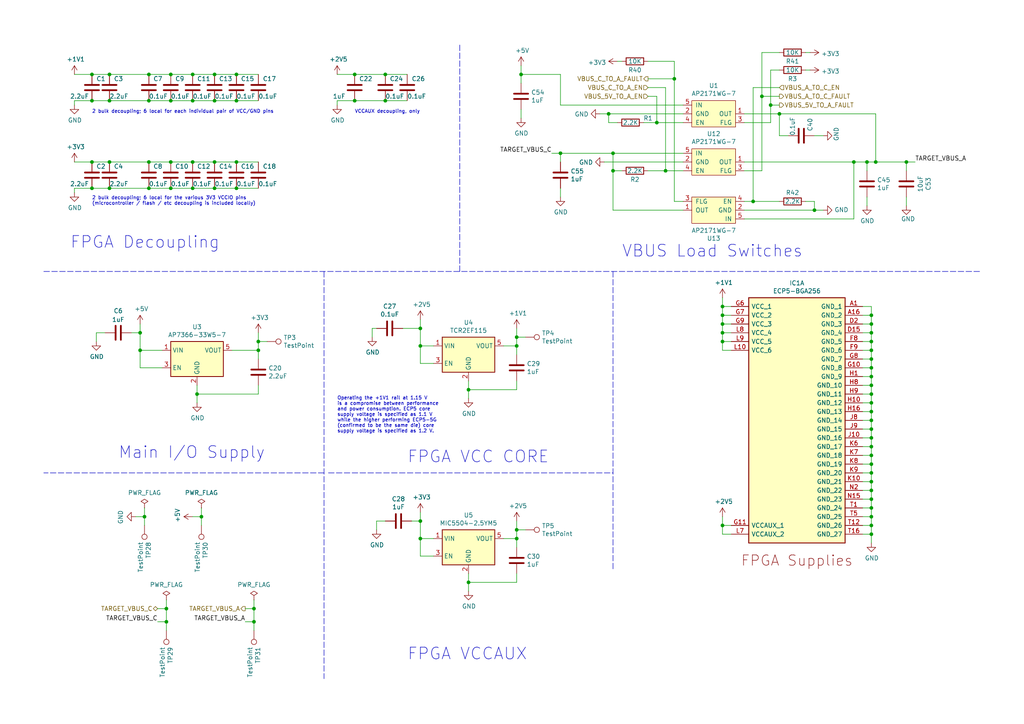
<source format=kicad_sch>
(kicad_sch (version 20211123) (generator eeschema)
  (paper "A4")
  (title_block (title "LUNA: Power Supplies") (date "2021-03-10") (rev "r0") (company "Copyright 2019-2021 Great Scott Gadgets") (comment 1 "Katherine J. Temkin") (comment 3 "Licensed under the CERN-OHL-P v2"))
  (junction (at 177.8 44.45))
  (junction (at 190.5 35.56))
  (junction (at 68.58 29.21))
  (junction (at 177.8 49.53))
  (junction (at 252.73 114.3))
  (junction (at 209.55 96.52))
  (junction (at 58.42 149.86))
  (junction (at 252.73 154.94))
  (junction (at 68.58 21.59))
  (junction (at 62.23 21.59))
  (junction (at 252.73 147.32))
  (junction (at 209.55 99.06))
  (junction (at 252.73 106.68))
  (junction (at 252.73 139.7))
  (junction (at 26.67 21.59))
  (junction (at 254 46.99))
  (junction (at 62.23 54.61))
  (junction (at 252.73 124.46))
  (junction (at 209.55 152.4))
  (junction (at 26.67 54.61))
  (junction (at 209.55 88.9))
  (junction (at 43.18 21.59))
  (junction (at 252.73 142.24))
  (junction (at 31.75 29.21))
  (junction (at 48.26 180.34))
  (junction (at 49.53 29.21))
  (junction (at 151.13 21.59))
  (junction (at 252.73 129.54))
  (junction (at 26.67 46.99))
  (junction (at 252.73 104.14))
  (junction (at 252.73 132.08))
  (junction (at 252.73 91.44))
  (junction (at 55.88 54.61))
  (junction (at 135.89 113.03))
  (junction (at 74.93 101.6))
  (junction (at 252.73 144.78))
  (junction (at 176.53 33.02))
  (junction (at 121.92 100.33))
  (junction (at 55.88 21.59))
  (junction (at 43.18 54.61))
  (junction (at 251.46 46.99))
  (junction (at 74.93 99.06))
  (junction (at 209.55 93.98))
  (junction (at 68.58 46.99))
  (junction (at 252.73 96.52))
  (junction (at 218.44 58.42))
  (junction (at 149.86 156.21))
  (junction (at 252.73 137.16))
  (junction (at 43.18 46.99))
  (junction (at 121.92 151.13))
  (junction (at 49.53 21.59))
  (junction (at 55.88 29.21))
  (junction (at 48.26 176.53))
  (junction (at 40.64 101.6))
  (junction (at 73.66 176.53))
  (junction (at 49.53 54.61))
  (junction (at 252.73 99.06))
  (junction (at 73.66 180.34))
  (junction (at 252.73 116.84))
  (junction (at 252.73 119.38))
  (junction (at 226.06 33.02))
  (junction (at 252.73 149.86))
  (junction (at 121.92 95.25))
  (junction (at 55.88 46.99))
  (junction (at 31.75 46.99))
  (junction (at 68.58 54.61))
  (junction (at 247.65 46.99))
  (junction (at 236.22 60.96))
  (junction (at 149.86 97.79))
  (junction (at 223.52 30.48))
  (junction (at 40.64 96.52))
  (junction (at 49.53 46.99))
  (junction (at 220.98 27.94))
  (junction (at 252.73 127))
  (junction (at 252.73 152.4))
  (junction (at 252.73 111.76))
  (junction (at 149.86 153.67))
  (junction (at 111.76 29.21))
  (junction (at 62.23 46.99))
  (junction (at 149.86 100.33))
  (junction (at 111.76 21.59))
  (junction (at 252.73 121.92))
  (junction (at 26.67 29.21))
  (junction (at 102.87 21.59))
  (junction (at 41.91 149.86))
  (junction (at 57.15 114.3))
  (junction (at 162.56 44.45))
  (junction (at 43.18 29.21))
  (junction (at 252.73 109.22))
  (junction (at 102.87 29.21))
  (junction (at 252.73 93.98))
  (junction (at 252.73 101.6))
  (junction (at 262.89 46.99))
  (junction (at 252.73 134.62))
  (junction (at 121.92 156.21))
  (junction (at 193.04 49.53))
  (junction (at 62.23 29.21))
  (junction (at 31.75 54.61))
  (junction (at 31.75 21.59))
  (junction (at 135.89 168.91))
  (junction (at 195.58 22.86))
  (junction (at 209.55 91.44))
  (wire (pts (xy 250.19 127) (xy 252.73 127)))
  (wire (pts (xy 149.86 97.79) (xy 152.4 97.79)))
  (wire (pts (xy 179.07 35.56) (xy 176.53 35.56)))
  (wire (pts (xy 254 46.99) (xy 262.89 46.99)))
  (wire (pts (xy 250.19 137.16) (xy 252.73 137.16)))
  (wire (pts (xy 193.04 49.53) (xy 187.96 49.53)))
  (wire (pts (xy 247.65 46.99) (xy 247.65 63.5)))
  (wire (pts (xy 121.92 156.21) (xy 121.92 161.29)))
  (wire (pts (xy 57.15 114.3) (xy 57.15 116.84)))
  (wire (pts (xy 48.26 176.53) (xy 48.26 173.99)))
  (wire (pts (xy 209.55 101.6) (xy 212.09 101.6)))
  (wire (pts (xy 177.8 44.45) (xy 198.12 44.45)))
  (wire (pts (xy 236.22 60.96) (xy 215.9 60.96)))
  (wire (pts (xy 151.13 21.59) (xy 162.56 21.59)))
  (wire (pts (xy 173.99 33.02) (xy 176.53 33.02)))
  (wire (pts (xy 27.94 96.52) (xy 27.94 99.06)))
  (wire (pts (xy 68.58 29.21) (xy 62.23 29.21)))
  (wire (pts (xy 49.53 46.99) (xy 55.88 46.99)))
  (wire (pts (xy 209.55 91.44) (xy 209.55 93.98)))
  (wire (pts (xy 252.73 119.38) (xy 252.73 121.92)))
  (wire (pts (xy 212.09 96.52) (xy 209.55 96.52)))
  (wire (pts (xy 209.55 99.06) (xy 209.55 101.6)))
  (wire (pts (xy 265.43 46.99) (xy 262.89 46.99)))
  (wire (pts (xy 247.65 46.99) (xy 251.46 46.99)))
  (wire (pts (xy 58.42 152.4) (xy 58.42 149.86)))
  (wire (pts (xy 68.58 46.99) (xy 74.93 46.99)))
  (wire (pts (xy 252.73 124.46) (xy 252.73 127)))
  (wire (pts (xy 31.75 54.61) (xy 26.67 54.61)))
  (wire (pts (xy 252.73 106.68) (xy 252.73 109.22)))
  (wire (pts (xy 250.19 134.62) (xy 252.73 134.62)))
  (wire (pts (xy 250.19 111.76) (xy 252.73 111.76)))
  (wire (pts (xy 251.46 46.99) (xy 254 46.99)))
  (wire (pts (xy 252.73 147.32) (xy 252.73 149.86)))
  (wire (pts (xy 234.95 15.24) (xy 233.68 15.24)))
  (wire (pts (xy 121.92 105.41) (xy 125.73 105.41)))
  (wire (pts (xy 220.98 27.94) (xy 226.06 27.94)))
  (wire (pts (xy 109.22 153.67) (xy 109.22 151.13)))
  (wire (pts (xy 177.8 49.53) (xy 177.8 60.96)))
  (wire (pts (xy 234.95 20.32) (xy 233.68 20.32)))
  (wire (pts (xy 223.52 20.32) (xy 226.06 20.32)))
  (wire (pts (xy 250.19 114.3) (xy 252.73 114.3)))
  (wire (pts (xy 223.52 35.56) (xy 223.52 30.48)))
  (wire (pts (xy 209.55 149.86) (xy 209.55 152.4)))
  (wire (pts (xy 149.86 95.25) (xy 149.86 97.79)))
  (wire (pts (xy 193.04 49.53) (xy 193.04 25.4)))
  (wire (pts (xy 252.73 101.6) (xy 252.73 104.14)))
  (wire (pts (xy 252.73 149.86) (xy 252.73 152.4)))
  (wire (pts (xy 31.75 46.99) (xy 43.18 46.99)))
  (wire (pts (xy 149.86 153.67) (xy 149.86 156.21)))
  (wire (pts (xy 233.68 58.42) (xy 236.22 58.42)))
  (wire (pts (xy 212.09 99.06) (xy 209.55 99.06)))
  (wire (pts (xy 31.75 54.61) (xy 43.18 54.61)))
  (wire (pts (xy 121.92 151.13) (xy 121.92 156.21)))
  (wire (pts (xy 107.95 97.79) (xy 107.95 95.25)))
  (wire (pts (xy 250.19 119.38) (xy 252.73 119.38)))
  (polyline (pts (xy 93.98 78.74) (xy 93.98 196.85)))
  (wire (pts (xy 102.87 29.21) (xy 97.79 29.21)))
  (wire (pts (xy 49.53 54.61) (xy 43.18 54.61)))
  (wire (pts (xy 62.23 21.59) (xy 68.58 21.59)))
  (wire (pts (xy 236.22 39.37) (xy 238.76 39.37)))
  (wire (pts (xy 252.73 142.24) (xy 252.73 144.78)))
  (wire (pts (xy 215.9 58.42) (xy 218.44 58.42)))
  (wire (pts (xy 177.8 60.96) (xy 198.12 60.96)))
  (wire (pts (xy 212.09 152.4) (xy 209.55 152.4)))
  (wire (pts (xy 212.09 91.44) (xy 209.55 91.44)))
  (wire (pts (xy 251.46 49.53) (xy 251.46 46.99)))
  (wire (pts (xy 97.79 29.21) (xy 97.79 30.48)))
  (wire (pts (xy 40.64 101.6) (xy 46.99 101.6)))
  (wire (pts (xy 41.91 149.86) (xy 41.91 147.32)))
  (wire (pts (xy 73.66 180.34) (xy 73.66 182.88)))
  (wire (pts (xy 247.65 63.5) (xy 215.9 63.5)))
  (wire (pts (xy 68.58 54.61) (xy 62.23 54.61)))
  (wire (pts (xy 187.96 27.94) (xy 190.5 27.94)))
  (wire (pts (xy 252.73 99.06) (xy 252.73 101.6)))
  (wire (pts (xy 179.07 17.78) (xy 180.34 17.78)))
  (wire (pts (xy 250.19 142.24) (xy 252.73 142.24)))
  (wire (pts (xy 151.13 21.59) (xy 151.13 24.13)))
  (wire (pts (xy 215.9 35.56) (xy 223.52 35.56)))
  (wire (pts (xy 218.44 25.4) (xy 226.06 25.4)))
  (wire (pts (xy 250.19 116.84) (xy 252.73 116.84)))
  (wire (pts (xy 250.19 99.06) (xy 252.73 99.06)))
  (wire (pts (xy 146.05 156.21) (xy 149.86 156.21)))
  (wire (pts (xy 252.73 139.7) (xy 252.73 142.24)))
  (wire (pts (xy 250.19 124.46) (xy 252.73 124.46)))
  (wire (pts (xy 116.84 95.25) (xy 121.92 95.25)))
  (wire (pts (xy 111.76 21.59) (xy 118.11 21.59)))
  (wire (pts (xy 27.94 96.52) (xy 30.48 96.52)))
  (wire (pts (xy 215.9 46.99) (xy 247.65 46.99)))
  (wire (pts (xy 190.5 35.56) (xy 190.5 27.94)))
  (wire (pts (xy 218.44 58.42) (xy 226.06 58.42)))
  (wire (pts (xy 250.19 139.7) (xy 252.73 139.7)))
  (wire (pts (xy 252.73 109.22) (xy 252.73 111.76)))
  (wire (pts (xy 252.73 129.54) (xy 252.73 132.08)))
  (wire (pts (xy 250.19 144.78) (xy 252.73 144.78)))
  (polyline (pts (xy 12.7 78.74) (xy 284.48 78.74)))
  (wire (pts (xy 252.73 144.78) (xy 252.73 147.32)))
  (wire (pts (xy 62.23 29.21) (xy 55.88 29.21)))
  (wire (pts (xy 73.66 176.53) (xy 73.66 180.34)))
  (wire (pts (xy 220.98 27.94) (xy 220.98 15.24)))
  (wire (pts (xy 121.92 100.33) (xy 121.92 105.41)))
  (wire (pts (xy 209.55 154.94) (xy 209.55 152.4)))
  (wire (pts (xy 55.88 54.61) (xy 49.53 54.61)))
  (wire (pts (xy 58.42 149.86) (xy 58.42 147.32)))
  (wire (pts (xy 149.86 168.91) (xy 135.89 168.91)))
  (wire (pts (xy 226.06 39.37) (xy 226.06 33.02)))
  (wire (pts (xy 198.12 58.42) (xy 195.58 58.42)))
  (wire (pts (xy 162.56 46.99) (xy 162.56 44.45)))
  (wire (pts (xy 218.44 58.42) (xy 218.44 25.4)))
  (wire (pts (xy 62.23 46.99) (xy 68.58 46.99)))
  (wire (pts (xy 250.19 96.52) (xy 252.73 96.52)))
  (wire (pts (xy 226.06 33.02) (xy 254 33.02)))
  (wire (pts (xy 45.72 176.53) (xy 48.26 176.53)))
  (wire (pts (xy 252.73 152.4) (xy 252.73 154.94)))
  (wire (pts (xy 135.89 110.49) (xy 135.89 113.03)))
  (wire (pts (xy 102.87 29.21) (xy 111.76 29.21)))
  (polyline (pts (xy 95.25 137.16) (xy 177.8 137.16)))
  (wire (pts (xy 151.13 34.29) (xy 151.13 31.75)))
  (wire (pts (xy 162.56 21.59) (xy 162.56 30.48)))
  (wire (pts (xy 250.19 149.86) (xy 252.73 149.86)))
  (wire (pts (xy 45.72 180.34) (xy 48.26 180.34)))
  (wire (pts (xy 190.5 35.56) (xy 198.12 35.56)))
  (wire (pts (xy 67.31 101.6) (xy 74.93 101.6)))
  (wire (pts (xy 74.93 101.6) (xy 74.93 104.14)))
  (wire (pts (xy 251.46 59.69) (xy 251.46 57.15)))
  (wire (pts (xy 31.75 21.59) (xy 43.18 21.59)))
  (wire (pts (xy 38.1 96.52) (xy 40.64 96.52)))
  (wire (pts (xy 252.73 93.98) (xy 252.73 96.52)))
  (wire (pts (xy 212.09 154.94) (xy 209.55 154.94)))
  (polyline (pts (xy 93.98 137.16) (xy 12.7 137.16)))
  (wire (pts (xy 135.89 168.91) (xy 135.89 171.45)))
  (wire (pts (xy 176.53 35.56) (xy 176.53 33.02)))
  (wire (pts (xy 250.19 129.54) (xy 252.73 129.54)))
  (wire (pts (xy 43.18 21.59) (xy 49.53 21.59)))
  (wire (pts (xy 31.75 29.21) (xy 26.67 29.21)))
  (wire (pts (xy 198.12 49.53) (xy 193.04 49.53)))
  (wire (pts (xy 209.55 96.52) (xy 209.55 99.06)))
  (wire (pts (xy 149.86 166.37) (xy 149.86 168.91)))
  (polyline (pts (xy 133.35 78.74) (xy 133.35 12.7)))
  (wire (pts (xy 125.73 100.33) (xy 121.92 100.33)))
  (wire (pts (xy 162.56 57.15) (xy 162.56 54.61)))
  (wire (pts (xy 215.9 49.53) (xy 220.98 49.53)))
  (wire (pts (xy 215.9 33.02) (xy 226.06 33.02)))
  (wire (pts (xy 250.19 106.68) (xy 252.73 106.68)))
  (wire (pts (xy 176.53 33.02) (xy 198.12 33.02)))
  (wire (pts (xy 125.73 156.21) (xy 121.92 156.21)))
  (wire (pts (xy 195.58 58.42) (xy 195.58 22.86)))
  (wire (pts (xy 31.75 29.21) (xy 43.18 29.21)))
  (wire (pts (xy 121.92 161.29) (xy 125.73 161.29)))
  (wire (pts (xy 135.89 113.03) (xy 135.89 115.57)))
  (wire (pts (xy 252.73 121.92) (xy 252.73 124.46)))
  (polyline (pts (xy 177.8 78.74) (xy 177.8 165.1)))
  (wire (pts (xy 77.47 99.06) (xy 74.93 99.06)))
  (wire (pts (xy 252.73 114.3) (xy 252.73 116.84)))
  (wire (pts (xy 119.38 151.13) (xy 121.92 151.13)))
  (wire (pts (xy 254 33.02) (xy 254 46.99)))
  (wire (pts (xy 149.86 158.75) (xy 149.86 156.21)))
  (wire (pts (xy 252.73 132.08) (xy 252.73 134.62)))
  (wire (pts (xy 250.19 147.32) (xy 252.73 147.32)))
  (wire (pts (xy 252.73 137.16) (xy 252.73 139.7)))
  (wire (pts (xy 236.22 58.42) (xy 236.22 60.96)))
  (wire (pts (xy 220.98 15.24) (xy 226.06 15.24)))
  (wire (pts (xy 252.73 134.62) (xy 252.73 137.16)))
  (wire (pts (xy 26.67 29.21) (xy 21.59 29.21)))
  (wire (pts (xy 212.09 88.9) (xy 209.55 88.9)))
  (wire (pts (xy 46.99 106.68) (xy 40.64 106.68)))
  (wire (pts (xy 21.59 21.59) (xy 26.67 21.59)))
  (wire (pts (xy 21.59 46.99) (xy 26.67 46.99)))
  (wire (pts (xy 252.73 127) (xy 252.73 129.54)))
  (wire (pts (xy 250.19 121.92) (xy 252.73 121.92)))
  (wire (pts (xy 149.86 97.79) (xy 149.86 100.33)))
  (wire (pts (xy 121.92 95.25) (xy 121.92 100.33)))
  (wire (pts (xy 74.93 99.06) (xy 74.93 101.6)))
  (wire (pts (xy 71.12 176.53) (xy 73.66 176.53)))
  (wire (pts (xy 109.22 151.13) (xy 111.76 151.13)))
  (wire (pts (xy 55.88 29.21) (xy 49.53 29.21)))
  (wire (pts (xy 187.96 25.4) (xy 193.04 25.4)))
  (wire (pts (xy 262.89 46.99) (xy 262.89 49.53)))
  (wire (pts (xy 252.73 104.14) (xy 252.73 106.68)))
  (wire (pts (xy 26.67 54.61) (xy 21.59 54.61)))
  (wire (pts (xy 195.58 17.78) (xy 187.96 17.78)))
  (wire (pts (xy 149.86 113.03) (xy 135.89 113.03)))
  (wire (pts (xy 209.55 88.9) (xy 209.55 91.44)))
  (wire (pts (xy 121.92 92.71) (xy 121.92 95.25)))
  (wire (pts (xy 162.56 30.48) (xy 198.12 30.48)))
  (wire (pts (xy 118.11 29.21) (xy 111.76 29.21)))
  (wire (pts (xy 250.19 109.22) (xy 252.73 109.22)))
  (wire (pts (xy 39.37 149.86) (xy 41.91 149.86)))
  (wire (pts (xy 49.53 29.21) (xy 43.18 29.21)))
  (wire (pts (xy 212.09 93.98) (xy 209.55 93.98)))
  (wire (pts (xy 135.89 166.37) (xy 135.89 168.91)))
  (wire (pts (xy 43.18 46.99) (xy 49.53 46.99)))
  (wire (pts (xy 55.88 21.59) (xy 62.23 21.59)))
  (wire (pts (xy 160.02 44.45) (xy 162.56 44.45)))
  (wire (pts (xy 223.52 30.48) (xy 226.06 30.48)))
  (wire (pts (xy 74.93 111.76) (xy 74.93 114.3)))
  (wire (pts (xy 121.92 148.59) (xy 121.92 151.13)))
  (wire (pts (xy 209.55 93.98) (xy 209.55 96.52)))
  (wire (pts (xy 57.15 111.76) (xy 57.15 114.3)))
  (wire (pts (xy 74.93 96.52) (xy 74.93 99.06)))
  (wire (pts (xy 250.19 152.4) (xy 252.73 152.4)))
  (wire (pts (xy 252.73 91.44) (xy 252.73 93.98)))
  (wire (pts (xy 97.79 21.59) (xy 102.87 21.59)))
  (wire (pts (xy 223.52 30.48) (xy 223.52 20.32)))
  (wire (pts (xy 252.73 96.52) (xy 252.73 99.06)))
  (wire (pts (xy 162.56 44.45) (xy 177.8 44.45)))
  (wire (pts (xy 21.59 29.21) (xy 21.59 30.48)))
  (wire (pts (xy 177.8 44.45) (xy 177.8 49.53)))
  (wire (pts (xy 40.64 96.52) (xy 40.64 101.6)))
  (wire (pts (xy 62.23 54.61) (xy 55.88 54.61)))
  (wire (pts (xy 250.19 91.44) (xy 252.73 91.44)))
  (wire (pts (xy 48.26 176.53) (xy 48.26 180.34)))
  (wire (pts (xy 68.58 21.59) (xy 74.93 21.59)))
  (wire (pts (xy 209.55 86.36) (xy 209.55 88.9)))
  (wire (pts (xy 226.06 39.37) (xy 228.6 39.37)))
  (wire (pts (xy 41.91 152.4) (xy 41.91 149.86)))
  (wire (pts (xy 250.19 104.14) (xy 252.73 104.14)))
  (wire (pts (xy 252.73 88.9) (xy 252.73 91.44)))
  (wire (pts (xy 107.95 95.25) (xy 109.22 95.25)))
  (wire (pts (xy 40.64 93.98) (xy 40.64 96.52)))
  (wire (pts (xy 49.53 21.59) (xy 55.88 21.59)))
  (wire (pts (xy 146.05 100.33) (xy 149.86 100.33)))
  (wire (pts (xy 55.88 46.99) (xy 62.23 46.99)))
  (wire (pts (xy 102.87 21.59) (xy 111.76 21.59)))
  (wire (pts (xy 250.19 88.9) (xy 252.73 88.9)))
  (wire (pts (xy 220.98 49.53) (xy 220.98 27.94)))
  (wire (pts (xy 152.4 153.67) (xy 149.86 153.67)))
  (wire (pts (xy 151.13 19.05) (xy 151.13 21.59)))
  (wire (pts (xy 250.19 101.6) (xy 252.73 101.6)))
  (wire (pts (xy 175.26 46.99) (xy 198.12 46.99)))
  (wire (pts (xy 250.19 93.98) (xy 252.73 93.98)))
  (wire (pts (xy 149.86 100.33) (xy 149.86 102.87)))
  (wire (pts (xy 250.19 154.94) (xy 252.73 154.94)))
  (wire (pts (xy 55.88 149.86) (xy 58.42 149.86)))
  (wire (pts (xy 40.64 106.68) (xy 40.64 101.6)))
  (wire (pts (xy 238.76 60.96) (xy 236.22 60.96)))
  (wire (pts (xy 21.59 54.61) (xy 21.59 55.88)))
  (wire (pts (xy 149.86 151.13) (xy 149.86 153.67)))
  (wire (pts (xy 262.89 57.15) (xy 262.89 59.69)))
  (wire (pts (xy 26.67 46.99) (xy 31.75 46.99)))
  (wire (pts (xy 252.73 111.76) (xy 252.73 114.3)))
  (wire (pts (xy 180.34 49.53) (xy 177.8 49.53)))
  (wire (pts (xy 195.58 22.86) (xy 187.96 22.86)))
  (wire (pts (xy 74.93 114.3) (xy 57.15 114.3)))
  (wire (pts (xy 73.66 176.53) (xy 73.66 173.99)))
  (wire (pts (xy 74.93 29.21) (xy 68.58 29.21)))
  (wire (pts (xy 71.12 180.34) (xy 73.66 180.34)))
  (wire (pts (xy 48.26 180.34) (xy 48.26 182.88)))
  (wire (pts (xy 195.58 17.78) (xy 195.58 22.86)))
  (wire (pts (xy 26.67 21.59) (xy 31.75 21.59)))
  (wire (pts (xy 252.73 116.84) (xy 252.73 119.38)))
  (wire (pts (xy 74.93 54.61) (xy 68.58 54.61)))
  (wire (pts (xy 149.86 110.49) (xy 149.86 113.03)))
  (wire (pts (xy 186.69 35.56) (xy 190.5 35.56)))
  (wire (pts (xy 250.19 132.08) (xy 252.73 132.08)))
  (wire (pts (xy 252.73 154.94) (xy 252.73 157.48)))
  (text "2 bulk decoupling; 6 local for the various 3V3 VCCIO pins\n(microcontroller / flash / etc decoupling is included locally)" (at 26.67 59.69 0) (effects (font (size 0.9906 0.9906)) (justify left bottom)))
  (text "FPGA VCC CORE" (at 118.11 134.62 0) (effects (font (size 3.4036 3.4036)) (justify left bottom)))
  (text "FPGA Decoupling" (at 20.32 72.39 0) (effects (font (size 3.4036 3.4036)) (justify left bottom)))
  (text "2 bulk decoupling; 6 local for each individual pair of VCC/GND pins" (at 26.67 33.02 0) (effects (font (size 0.9906 0.9906)) (justify left bottom)))
  (text "VBUS Load Switches" (at 180.34 74.93 0) (effects (font (size 3.4036 3.4036)) (justify left bottom)))
  (text "VCCAUX decoupling, only" (at 102.87 33.02 0) (effects (font (size 0.9906 0.9906)) (justify left bottom)))
  (text "FPGA VCCAUX" (at 118.11 191.77 0) (effects (font (size 3.4036 3.4036)) (justify left bottom)))
  (text "Main I/O Supply" (at 34.29 133.35 0) (effects (font (size 3.4036 3.4036)) (justify left bottom)))
  (text "Operating the +1V1 rail at 1.15 V\nis a compromise between performance\nand power consumption. ECP5 core\nsupply voltage is specified as 1.1 V\nwhile the higher performing ECP5-5G\n(confirmed to be the same die) core\nsupply voltage is specified as 1.2 V.\n" (at 97.79 125.73 0) (effects (font (size 0.9906 0.9906)) (justify left bottom)))
  (label "TARGET_VBUS_C" (at 45.72 180.34 180))
  (label "TARGET_VBUS_C" (at 160.02 44.45 180))
  (label "TARGET_VBUS_A" (at 71.12 180.34 180))
  (label "TARGET_VBUS_A" (at 265.43 46.99 0))
  (hierarchical_label "TARGET_VBUS_A" (shape output) (at 71.12 176.53 180))
  (hierarchical_label "VBUS_5V_TO_A_FAULT" (shape output) (at 226.06 30.48 0))
  (hierarchical_label "TARGET_VBUS_C" (shape bidirectional) (at 45.72 176.53 180))
  (hierarchical_label "VBUS_A_TO_C_FAULT" (shape output) (at 226.06 27.94 0))
  (hierarchical_label "VBUS_5V_TO_A_EN" (shape input) (at 187.96 27.94 180))
  (hierarchical_label "VBUS_A_TO_C_EN" (shape input) (at 226.06 25.4 0))
  (hierarchical_label "VBUS_C_TO_A_FAULT" (shape output) (at 187.96 22.86 180))
  (hierarchical_label "VBUS_C_TO_A_EN" (shape input) (at 187.96 25.4 180))
  (symbol (lib_id "fpgas_and_processors:ECP5-BGA256") (at 212.09 86.36 0) (unit 1)
    (property "Reference" "IC1" (at 231.14 82.0928 0))
    (property "Value" "ECP5-BGA256" (at 231.14 84.4042 0))
    (property "Footprint" "luna:lattice_cabga256" (effects hide))
    (property "Description" "FPGA - Field Programmable Gate Array ECP5; 12k LUTs; 1.1V" (effects hide))
    (property "Manufacturer" "Lattice" (effects hide))
    (property "Part Number" "LFE5U-12F-6BG256C" (effects hide))
    (property "Substitution" "LFE5U-12F-*BG256*" (effects hide))
  )
  (symbol (lib_id "power:GND") (at 252.73 157.48 0) (unit 1)
    (property "Reference" "#PWR038" (effects hide))
    (property "Value" "GND" (at 252.857 161.8742 0))
  )
  (symbol (lib_id "power:+2V5") (at 209.55 149.86 0) (unit 1)
    (property "Reference" "#PWR037" (effects hide))
    (property "Value" "+2V5" (at 209.931 145.4658 0))
  )
  (symbol (lib_id "power:+1V1") (at 209.55 86.36 0) (unit 1)
    (property "Reference" "#PWR036" (effects hide))
    (property "Value" "+1V1" (at 209.931 81.9658 0))
  )
  (symbol (lib_id "power:+3V3") (at 121.92 148.59 0) (unit 1)
    (property "Reference" "#PWR031" (effects hide))
    (property "Value" "+3V3" (at 122.301 144.1958 0))
  )
  (symbol (lib_id "power:GND") (at 135.89 171.45 0) (unit 1)
    (property "Reference" "#PWR033" (effects hide))
    (property "Value" "GND" (at 136.017 175.8442 0))
  )
  (symbol (lib_id "Device:C") (at 115.57 151.13 270) (unit 1)
    (property "Reference" "C28" (at 115.57 144.7292 90))
    (property "Value" "1uF" (at 115.57 147.0406 90))
    (property "Footprint" "Capacitor_SMD:C_0603_1608Metric" (effects hide))
    (property "Part Number" "GENERIC-CAP-0603-1uF" (effects hide))
    (property "Substitution" "any equivalent" (effects hide))
  )
  (symbol (lib_id "power:GND") (at 109.22 153.67 0) (unit 1)
    (property "Reference" "#PWR029" (effects hide))
    (property "Value" "GND" (at 109.347 158.0642 0))
  )
  (symbol (lib_id "Device:C") (at 149.86 162.56 0) (unit 1)
    (property "Reference" "C30" (at 152.781 161.3916 0) (effects (justify left)))
    (property "Value" "1uF" (at 152.781 163.703 0) (effects (justify left)))
    (property "Footprint" "Capacitor_SMD:C_0603_1608Metric" (effects hide))
    (property "Part Number" "GENERIC-CAP-0603-1uF" (effects hide))
    (property "Substitution" "any equivalent" (effects hide))
  )
  (symbol (lib_id "Regulator_Linear:MIC5504-2.5YM5") (at 135.89 158.75 0) (unit 1)
    (property "Reference" "U5" (at 135.89 149.4282 0))
    (property "Value" "MIC5504-2.5YM5" (at 135.89 151.7396 0))
    (property "Footprint" "Package_TO_SOT_SMD:SOT-23-5" (effects hide))
    (property "Datasheet" "http://ww1.microchip.com/downloads/en/DeviceDoc/MIC550X.pdf" (effects hide))
    (property "Description" "IC REG LINEAR 2.5V 300MA SOT23-5" (effects hide))
    (property "Manufacturer" "Microchip" (effects hide))
    (property "Part Number" "MIC5504-2.5YM5-TR" (effects hide))
  )
  (symbol (lib_id "power:+2V5") (at 149.86 151.13 0) (unit 1)
    (property "Reference" "#PWR035" (effects hide))
    (property "Value" "+2V5" (at 150.241 146.7358 0))
  )
  (symbol (lib_id "power:GND") (at 57.15 116.84 0) (unit 1)
    (property "Reference" "#PWR021" (effects hide))
    (property "Value" "GND" (at 57.277 121.2342 0))
  )
  (symbol (lib_id "power:GND") (at 27.94 99.06 0) (unit 1)
    (property "Reference" "#PWR017" (effects hide))
    (property "Value" "GND" (at 28.067 103.4542 0))
  )
  (symbol (lib_id "Device:C") (at 74.93 107.95 0) (unit 1)
    (property "Reference" "C20" (at 77.851 106.7816 0) (effects (justify left)))
    (property "Value" "2.2uF" (at 77.851 109.093 0) (effects (justify left)))
    (property "Footprint" "Capacitor_SMD:C_0603_1608Metric" (effects hide))
    (property "Description" "CAP CER 2.2UF 10V X5R 0603" (effects hide))
    (property "Manufacturer" "Samsung" (effects hide))
    (property "Part Number" "CL10A225KP8NNNC" (effects hide))
  )
  (symbol (lib_id "power:+5V") (at 40.64 93.98 0) (unit 1)
    (property "Reference" "#PWR019" (effects hide))
    (property "Value" "+5V" (at 41.021 89.5858 0))
  )
  (symbol (lib_id "power:+3V3") (at 74.93 96.52 0) (unit 1)
    (property "Reference" "#PWR023" (effects hide))
    (property "Value" "+3V3" (at 75.311 92.1258 0))
  )
  (symbol (lib_id "power:GND") (at 135.89 115.57 0) (unit 1)
    (property "Reference" "#PWR032" (effects hide))
    (property "Value" "GND" (at 136.017 119.9642 0))
  )
  (symbol (lib_id "Device:C") (at 113.03 95.25 270) (unit 1)
    (property "Reference" "C27" (at 113.03 88.8492 90))
    (property "Value" "0.1uF" (at 113.03 91.1606 90))
    (property "Footprint" "Capacitor_SMD:C_0402_1005Metric" (effects hide))
    (property "Part Number" "GENERIC-CAP-0402-0.1uF" (effects hide))
    (property "Substitution" "any equivalent" (effects hide))
  )
  (symbol (lib_id "power:GND") (at 107.95 97.79 0) (unit 1)
    (property "Reference" "#PWR028" (effects hide))
    (property "Value" "GND" (at 108.077 102.1842 0))
  )
  (symbol (lib_id "Device:C") (at 149.86 106.68 0) (unit 1)
    (property "Reference" "C29" (at 152.781 105.5116 0) (effects (justify left)))
    (property "Value" "1uF" (at 152.781 107.823 0) (effects (justify left)))
    (property "Footprint" "Capacitor_SMD:C_0603_1608Metric" (effects hide))
    (property "Part Number" "GENERIC-CAP-0603-1uF" (effects hide))
    (property "Substitution" "any equivalent" (effects hide))
  )
  (symbol (lib_id "power:+2V5") (at 121.92 92.71 0) (unit 1)
    (property "Reference" "#PWR030" (effects hide))
    (property "Value" "+2V5" (at 122.301 88.3158 0))
  )
  (symbol (lib_id "power:+1V1") (at 149.86 95.25 0) (unit 1)
    (property "Reference" "#PWR034" (effects hide))
    (property "Value" "+1V1" (at 150.241 90.8558 0))
  )
  (symbol (lib_id "Device:C") (at 43.18 25.4 0) (unit 1)
    (property "Reference" "C7" (at 44.45 22.86 0) (effects (justify left)))
    (property "Value" "0.1uF" (at 43.18 27.94 0) (effects (justify left)))
    (property "Footprint" "Capacitor_SMD:C_0402_1005Metric" (effects hide))
    (property "Part Number" "GENERIC-CAP-0402-0.1uF" (effects hide))
    (property "Substitution" "any equivalent" (effects hide))
  )
  (symbol (lib_id "Device:C") (at 49.53 25.4 0) (unit 1)
    (property "Reference" "C9" (at 50.8 22.86 0) (effects (justify left)))
    (property "Value" "0.1uF" (at 49.53 27.94 0) (effects (justify left)))
    (property "Footprint" "Capacitor_SMD:C_0402_1005Metric" (effects hide))
    (property "Part Number" "GENERIC-CAP-0402-0.1uF" (effects hide))
    (property "Substitution" "any equivalent" (effects hide))
  )
  (symbol (lib_id "Device:C") (at 55.88 25.4 0) (unit 1)
    (property "Reference" "C11" (at 57.15 22.86 0) (effects (justify left)))
    (property "Value" "0.1uF" (at 55.88 27.94 0) (effects (justify left)))
    (property "Footprint" "Capacitor_SMD:C_0402_1005Metric" (effects hide))
    (property "Part Number" "GENERIC-CAP-0402-0.1uF" (effects hide))
    (property "Substitution" "any equivalent" (effects hide))
  )
  (symbol (lib_id "Device:C") (at 62.23 25.4 0) (unit 1)
    (property "Reference" "C13" (at 63.5 22.86 0) (effects (justify left)))
    (property "Value" "0.1uF" (at 62.23 27.94 0) (effects (justify left)))
    (property "Footprint" "Capacitor_SMD:C_0402_1005Metric" (effects hide))
    (property "Part Number" "GENERIC-CAP-0402-0.1uF" (effects hide))
    (property "Substitution" "any equivalent" (effects hide))
  )
  (symbol (lib_id "Device:C") (at 68.58 25.4 0) (unit 1)
    (property "Reference" "C15" (at 69.85 22.86 0) (effects (justify left)))
    (property "Value" "0.1uF" (at 68.58 27.94 0) (effects (justify left)))
    (property "Footprint" "Capacitor_SMD:C_0402_1005Metric" (effects hide))
    (property "Part Number" "GENERIC-CAP-0402-0.1uF" (effects hide))
    (property "Substitution" "any equivalent" (effects hide))
  )
  (symbol (lib_id "Device:C") (at 74.93 25.4 0) (unit 1)
    (property "Reference" "C17" (at 76.2 22.86 0) (effects (justify left)))
    (property "Value" "0.1uF" (at 74.93 27.94 0) (effects (justify left)))
    (property "Footprint" "Capacitor_SMD:C_0402_1005Metric" (effects hide))
    (property "Part Number" "GENERIC-CAP-0402-0.1uF" (effects hide))
    (property "Substitution" "any equivalent" (effects hide))
  )
  (symbol (lib_id "Device:C") (at 31.75 25.4 0) (unit 1)
    (property "Reference" "C3" (at 33.02 22.86 0) (effects (justify left)))
    (property "Value" "2.2uF" (at 31.75 27.94 0) (effects (justify left)))
    (property "Footprint" "Capacitor_SMD:C_0603_1608Metric" (effects hide))
    (property "Description" "CAP CER 2.2UF 10V X5R 0603" (effects hide))
    (property "Manufacturer" "Samsung" (effects hide))
    (property "Part Number" "CL10A225KP8NNNC" (effects hide))
  )
  (symbol (lib_id "Device:C") (at 26.67 25.4 0) (unit 1)
    (property "Reference" "C1" (at 27.94 22.86 0) (effects (justify left)))
    (property "Value" "2.2uF" (at 20.32 27.94 0) (effects (justify left)))
    (property "Footprint" "Capacitor_SMD:C_0603_1608Metric" (effects hide))
    (property "Description" "CAP CER 2.2UF 10V X5R 0603" (effects hide))
    (property "Manufacturer" "Samsung" (effects hide))
    (property "Part Number" "CL10A225KP8NNNC" (effects hide))
  )
  (symbol (lib_id "power:+1V1") (at 21.59 21.59 0) (unit 1)
    (property "Reference" "#PWR012" (effects hide))
    (property "Value" "+1V1" (at 21.971 17.1958 0))
  )
  (symbol (lib_id "power:GND") (at 21.59 30.48 0) (unit 1)
    (property "Reference" "#PWR013" (effects hide))
    (property "Value" "GND" (at 21.717 34.8742 0))
  )
  (symbol (lib_id "Device:C") (at 43.18 50.8 0) (unit 1)
    (property "Reference" "C8" (at 44.45 48.26 0) (effects (justify left)))
    (property "Value" "0.1uF" (at 43.18 53.34 0) (effects (justify left)))
    (property "Footprint" "Capacitor_SMD:C_0402_1005Metric" (effects hide))
    (property "Part Number" "GENERIC-CAP-0402-0.1uF" (effects hide))
    (property "Substitution" "any equivalent" (effects hide))
  )
  (symbol (lib_id "Device:C") (at 49.53 50.8 0) (unit 1)
    (property "Reference" "C10" (at 50.8 48.26 0) (effects (justify left)))
    (property "Value" "0.1uF" (at 49.53 53.34 0) (effects (justify left)))
    (property "Footprint" "Capacitor_SMD:C_0402_1005Metric" (effects hide))
    (property "Part Number" "GENERIC-CAP-0402-0.1uF" (effects hide))
    (property "Substitution" "any equivalent" (effects hide))
  )
  (symbol (lib_id "Device:C") (at 55.88 50.8 0) (unit 1)
    (property "Reference" "C12" (at 57.15 48.26 0) (effects (justify left)))
    (property "Value" "0.1uF" (at 55.88 53.34 0) (effects (justify left)))
    (property "Footprint" "Capacitor_SMD:C_0402_1005Metric" (effects hide))
    (property "Part Number" "GENERIC-CAP-0402-0.1uF" (effects hide))
    (property "Substitution" "any equivalent" (effects hide))
  )
  (symbol (lib_id "Device:C") (at 62.23 50.8 0) (unit 1)
    (property "Reference" "C14" (at 63.5 48.26 0) (effects (justify left)))
    (property "Value" "0.1uF" (at 62.23 53.34 0) (effects (justify left)))
    (property "Footprint" "Capacitor_SMD:C_0402_1005Metric" (effects hide))
    (property "Part Number" "GENERIC-CAP-0402-0.1uF" (effects hide))
    (property "Substitution" "any equivalent" (effects hide))
  )
  (symbol (lib_id "Device:C") (at 68.58 50.8 0) (unit 1)
    (property "Reference" "C16" (at 69.85 48.26 0) (effects (justify left)))
    (property "Value" "0.1uF" (at 68.58 53.34 0) (effects (justify left)))
    (property "Footprint" "Capacitor_SMD:C_0402_1005Metric" (effects hide))
    (property "Part Number" "GENERIC-CAP-0402-0.1uF" (effects hide))
    (property "Substitution" "any equivalent" (effects hide))
  )
  (symbol (lib_id "Device:C") (at 74.93 50.8 0) (unit 1)
    (property "Reference" "C18" (at 76.2 48.26 0) (effects (justify left)))
    (property "Value" "0.1uF" (at 74.93 53.34 0) (effects (justify left)))
    (property "Footprint" "Capacitor_SMD:C_0402_1005Metric" (effects hide))
    (property "Part Number" "GENERIC-CAP-0402-0.1uF" (effects hide))
    (property "Substitution" "any equivalent" (effects hide))
  )
  (symbol (lib_id "Device:C") (at 26.67 50.8 0) (unit 1)
    (property "Reference" "C2" (at 27.94 48.26 0) (effects (justify left)))
    (property "Value" "2.2uF" (at 20.32 53.34 0) (effects (justify left)))
    (property "Footprint" "Capacitor_SMD:C_0603_1608Metric" (effects hide))
    (property "Description" "CAP CER 2.2UF 10V X5R 0603" (effects hide))
    (property "Manufacturer" "Samsung" (effects hide))
    (property "Part Number" "CL10A225KP8NNNC" (effects hide))
  )
  (symbol (lib_id "power:GND") (at 21.59 55.88 0) (unit 1)
    (property "Reference" "#PWR015" (effects hide))
    (property "Value" "GND" (at 21.717 60.2742 0))
  )
  (symbol (lib_id "Device:C") (at 31.75 50.8 0) (unit 1)
    (property "Reference" "C4" (at 33.02 48.26 0) (effects (justify left)))
    (property "Value" "2.2uF" (at 31.75 53.34 0) (effects (justify left)))
    (property "Footprint" "Capacitor_SMD:C_0603_1608Metric" (effects hide))
    (property "Description" "CAP CER 2.2UF 10V X5R 0603" (effects hide))
    (property "Manufacturer" "Samsung" (effects hide))
    (property "Part Number" "CL10A225KP8NNNC" (effects hide))
  )
  (symbol (lib_id "power:+3V3") (at 21.59 46.99 0) (unit 1)
    (property "Reference" "#PWR014" (effects hide))
    (property "Value" "+3V3" (at 21.971 42.5958 0))
  )
  (symbol (lib_id "power:GND") (at 97.79 30.48 0) (unit 1)
    (property "Reference" "#PWR027" (effects hide))
    (property "Value" "GND" (at 97.917 34.8742 0))
  )
  (symbol (lib_id "Device:C") (at 102.87 25.4 0) (unit 1)
    (property "Reference" "C22" (at 104.14 22.86 0) (effects (justify left)))
    (property "Value" "1uF" (at 96.52 27.94 0) (effects (justify left)))
    (property "Footprint" "Capacitor_SMD:C_0603_1608Metric" (effects hide))
    (property "Part Number" "GENERIC-CAP-0603-1uF" (effects hide))
    (property "Substitution" "any equivalent" (effects hide))
  )
  (symbol (lib_id "Device:C") (at 118.11 25.4 0) (unit 1)
    (property "Reference" "C26" (at 119.38 22.86 0) (effects (justify left)))
    (property "Value" "0.1uF" (at 118.11 27.94 0) (effects (justify left)))
    (property "Footprint" "Capacitor_SMD:C_0402_1005Metric" (effects hide))
    (property "Part Number" "GENERIC-CAP-0402-0.1uF" (effects hide))
    (property "Substitution" "any equivalent" (effects hide))
  )
  (symbol (lib_id "Device:C") (at 111.76 25.4 0) (unit 1)
    (property "Reference" "C24" (at 113.03 22.86 0) (effects (justify left)))
    (property "Value" "0.1uF" (at 111.76 27.94 0) (effects (justify left)))
    (property "Footprint" "Capacitor_SMD:C_0402_1005Metric" (effects hide))
    (property "Part Number" "GENERIC-CAP-0402-0.1uF" (effects hide))
    (property "Substitution" "any equivalent" (effects hide))
  )
  (symbol (lib_id "power:+2V5") (at 97.79 21.59 0) (unit 1)
    (property "Reference" "#PWR026" (effects hide))
    (property "Value" "+2V5" (at 98.171 17.1958 0))
  )
  (symbol (lib_id "Connector:TestPoint") (at 77.47 99.06 270) (unit 1)
    (property "Reference" "TP3" (at 82.2198 97.917 90) (effects (justify left)))
    (property "Value" "TestPoint" (at 82.2198 100.203 90) (effects (justify left)))
    (property "Footprint" "TestPoint:TestPoint_Pad_D1.0mm" (effects hide))
    (property "Note" "DNP" (effects hide))
  )
  (symbol (lib_id "Connector:TestPoint") (at 152.4 97.79 270) (unit 1)
    (property "Reference" "TP4" (at 157.1498 96.647 90) (effects (justify left)))
    (property "Value" "TestPoint" (at 157.1498 98.933 90) (effects (justify left)))
    (property "Footprint" "TestPoint:TestPoint_Pad_D1.0mm" (effects hide))
    (property "Note" "DNP" (effects hide))
  )
  (symbol (lib_id "Connector:TestPoint") (at 152.4 153.67 270) (unit 1)
    (property "Reference" "TP5" (at 157.1498 152.527 90) (effects (justify left)))
    (property "Value" "TestPoint" (at 157.1498 154.813 90) (effects (justify left)))
    (property "Footprint" "TestPoint:TestPoint_Pad_D1.0mm" (effects hide))
    (property "Note" "DNP" (effects hide))
  )
  (symbol (lib_id "Regulator_Linear:MIC5504-1.8YM5") (at 57.15 104.14 0) (unit 1)
    (property "Reference" "U3" (at 57.15 94.8182 0))
    (property "Value" "AP7366-33W5-7" (at 57.15 97.1296 0))
    (property "Footprint" "Package_TO_SOT_SMD:SOT-23-5" (effects hide))
    (property "Datasheet" "https://www.diodes.com/assets/Datasheets/AP7366.pdf" (effects hide))
    (property "Description" "Linear Voltage Regulator IC 1 Output 600mA SOT-25" (effects hide))
    (property "Manufacturer" "Diodes Inc." (effects hide))
    (property "Part Number" "AP7366-33W5-7" (effects hide))
  )
  (symbol (lib_id "Device:C") (at 34.29 96.52 270) (mirror x) (unit 1)
    (property "Reference" "C6" (at 34.29 90.17 90))
    (property "Value" "1uF" (at 34.29 92.71 90))
    (property "Footprint" "Capacitor_SMD:C_0603_1608Metric" (effects hide))
    (property "Part Number" "GENERIC-CAP-0603-1uF" (effects hide))
    (property "Substitution" "any equivalent" (effects hide))
  )
  (symbol (lib_id "Regulator_Linear:MIC5504-1.8YM5") (at 135.89 102.87 0) (unit 1)
    (property "Reference" "U4" (at 135.89 93.5482 0))
    (property "Value" "TCR2EF115" (at 135.89 95.8596 0))
    (property "Footprint" "Package_TO_SOT_SMD:SOT-23-5" (effects hide))
    (property "Datasheet" "https://toshiba.semicon-storage.com/info/docget.jsp?did=13794&prodName=TCR2EF115" (effects hide))
    (property "Description" "IC REG LINEAR 1.15V 200MA SMV" (effects hide))
    (property "Manufacturer" "Toshiba" (effects hide))
    (property "Part Number" "TCR2EF115,LM(CT" (effects hide))
  )
  (symbol (lib_id "Device:R") (at 184.15 49.53 270) (unit 1)
    (property "Reference" "R2" (at 184.15 52.07 90))
    (property "Value" "2.2K" (at 184.15 49.53 90))
    (property "Footprint" "Resistor_SMD:R_0402_1005Metric" (effects hide))
    (property "Part Number" "GENERIC-RES-0402-2.2K" (effects hide))
    (property "Substitution" "any equivalent" (effects hide))
  )
  (symbol (lib_id "support_hardware:AP22804-SOT") (at 200.66 43.18 0) (unit 1)
    (property "Reference" "U12" (at 207.01 38.8112 0))
    (property "Value" "AP2171WG-7" (at 207.01 41.0972 0))
    (property "Footprint" "Package_TO_SOT_SMD:SOT-23-5" (effects hide))
    (property "Description" "IC PWR SWITCH P-CHAN 1:1 1A SOT25" (effects hide))
    (property "Manufacturer" "Diodes Inc." (effects hide))
    (property "Part Number" "AP2171WG-7" (effects hide))
    (property "Substitution" "AP22818AKEWT-7, AP22811AW5-7, AP22804AW5-7, AP22814AW5-7" (effects hide))
  )
  (symbol (lib_id "power:GND") (at 175.26 46.99 270) (unit 1)
    (property "Reference" "#PWR083" (effects hide))
    (property "Value" "GND" (at 172.0088 47.0916 90) (effects (justify right)))
  )
  (symbol (lib_id "Device:R") (at 182.88 35.56 90) (mirror x) (unit 1)
    (property "Reference" "R1" (at 187.96 34.29 90))
    (property "Value" "2.2K" (at 182.88 35.56 90))
    (property "Footprint" "Resistor_SMD:R_0402_1005Metric" (effects hide))
    (property "Part Number" "GENERIC-RES-0402-2.2K" (effects hide))
    (property "Substitution" "any equivalent" (effects hide))
  )
  (symbol (lib_id "support_hardware:AP22804-SOT") (at 200.66 29.21 0) (unit 1)
    (property "Reference" "U1" (at 207.01 24.8412 0))
    (property "Value" "AP2171WG-7" (at 207.01 27.1272 0))
    (property "Footprint" "Package_TO_SOT_SMD:SOT-23-5" (effects hide))
    (property "Description" "IC PWR SWITCH P-CHAN 1:1 1A SOT25" (effects hide))
    (property "Manufacturer" "Diodes Inc." (effects hide))
    (property "Part Number" "AP2171WG-7" (effects hide))
    (property "Substitution" "AP22818AKEWT-7, AP22811AW5-7, AP22804AW5-7, AP22814AW5-7" (effects hide))
  )
  (symbol (lib_id "power:GND") (at 173.99 33.02 270) (unit 1)
    (property "Reference" "#PWR042" (effects hide))
    (property "Value" "GND" (at 170.7388 33.1216 90) (effects (justify right)))
  )
  (symbol (lib_id "Device:C") (at 262.89 53.34 180) (unit 1)
    (property "Reference" "C53" (at 269.24 53.34 90))
    (property "Value" "10uF" (at 266.954 53.34 90))
    (property "Footprint" "Capacitor_SMD:C_0805_2012Metric" (effects hide))
    (property "Description" "CAP CER 10UF 10V X5R 0805" (effects hide))
    (property "Manufacturer" "Taiyo Yuden" (effects hide))
    (property "Part Number" "LMK212ABJ106KGHT" (effects hide))
  )
  (symbol (lib_id "power:GND") (at 262.89 59.69 0) (unit 1)
    (property "Reference" "#PWR0117" (effects hide))
    (property "Value" "GND" (at 265.43 63.5 0) (effects (justify right)))
  )
  (symbol (lib_id "Device:C") (at 151.13 27.94 0) (unit 1)
    (property "Reference" "C54" (at 154.051 26.797 0) (effects (justify left)))
    (property "Value" "1uF" (at 154.051 29.083 0) (effects (justify left)))
    (property "Footprint" "Capacitor_SMD:C_0603_1608Metric" (effects hide))
    (property "Part Number" "GENERIC-CAP-0603-1uF" (effects hide))
    (property "Substitution" "any equivalent" (effects hide))
  )
  (symbol (lib_id "power:GND") (at 151.13 34.29 0) (unit 1)
    (property "Reference" "#PWR04" (effects hide))
    (property "Value" "GND" (at 151.2316 38.6588 0))
  )
  (symbol (lib_id "power:+5V") (at 151.13 19.05 0) (unit 1)
    (property "Reference" "#PWR03" (effects hide))
    (property "Value" "+5V" (at 151.4856 14.6558 0))
  )
  (symbol (lib_id "Device:C") (at 162.56 50.8 0) (unit 1)
    (property "Reference" "C55" (at 165.481 49.657 0) (effects (justify left)))
    (property "Value" "1uF" (at 165.481 51.943 0) (effects (justify left)))
    (property "Footprint" "Capacitor_SMD:C_0603_1608Metric" (effects hide))
    (property "Part Number" "GENERIC-CAP-0603-1uF" (effects hide))
    (property "Substitution" "any equivalent" (effects hide))
  )
  (symbol (lib_id "power:GND") (at 162.56 57.15 0) (unit 1)
    (property "Reference" "#PWR07" (effects hide))
    (property "Value" "GND" (at 162.6616 61.5188 0))
  )
  (symbol (lib_id "Device:C") (at 232.41 39.37 270) (mirror x) (unit 1)
    (property "Reference" "C40" (at 234.95 38.1 0) (effects (justify left)))
    (property "Value" "0.1uF" (at 229.87 39.37 0) (effects (justify left)))
    (property "Footprint" "Capacitor_SMD:C_0402_1005Metric" (effects hide))
    (property "Part Number" "GENERIC-CAP-0402-0.1uF" (effects hide))
    (property "Substitution" "any equivalent" (effects hide))
  )
  (symbol (lib_id "power:GND") (at 238.76 39.37 90) (unit 1)
    (property "Reference" "#PWR0114" (effects hide))
    (property "Value" "GND" (at 242.57 36.83 0) (effects (justify right)))
  )
  (symbol (lib_id "support_hardware:AP22804-SOT") (at 213.36 64.77 180) (unit 1)
    (property "Reference" "U13" (at 207.01 69.1388 0))
    (property "Value" "AP2171WG-7" (at 207.01 66.8528 0))
    (property "Footprint" "Package_TO_SOT_SMD:SOT-23-5" (effects hide))
    (property "Description" "IC PWR SWITCH P-CHAN 1:1 1A SOT25" (effects hide))
    (property "Manufacturer" "Diodes Inc." (effects hide))
    (property "Part Number" "AP2171WG-7" (effects hide))
    (property "Substitution" "AP22818AKEWT-7, AP22811AW5-7, AP22804AW5-7, AP22814AW5-7" (effects hide))
  )
  (symbol (lib_id "power:GND") (at 238.76 60.96 90) (unit 1)
    (property "Reference" "#PWR0115" (effects hide))
    (property "Value" "GND" (at 242.0112 60.8584 90) (effects (justify right)))
  )
  (symbol (lib_id "power:GND") (at 251.46 59.69 0) (unit 1)
    (property "Reference" "#PWR0116" (effects hide))
    (property "Value" "GND" (at 251.5616 64.0588 0))
  )
  (symbol (lib_id "Device:C") (at 251.46 53.34 0) (unit 1)
    (property "Reference" "C45" (at 254.381 52.197 0) (effects (justify left)))
    (property "Value" "1uF" (at 254.381 54.483 0) (effects (justify left)))
    (property "Footprint" "Capacitor_SMD:C_0603_1608Metric" (effects hide))
    (property "Part Number" "GENERIC-CAP-0603-1uF" (effects hide))
    (property "Substitution" "any equivalent" (effects hide))
  )
  (symbol (lib_id "Device:R") (at 229.87 58.42 270) (mirror x) (unit 1)
    (property "Reference" "R42" (at 229.87 55.88 90))
    (property "Value" "2.2K" (at 229.87 58.42 90))
    (property "Footprint" "Resistor_SMD:R_0402_1005Metric" (effects hide))
    (property "Part Number" "GENERIC-RES-0402-2.2K" (effects hide))
    (property "Substitution" "any equivalent" (effects hide))
  )
  (symbol (lib_id "power:PWR_FLAG") (at 58.42 147.32 0) (unit 1)
    (property "Reference" "#FLG0102" (effects hide))
    (property "Value" "PWR_FLAG" (at 58.42 142.9258 0))
  )
  (symbol (lib_id "power:+5V") (at 55.88 149.86 90) (unit 1)
    (property "Reference" "#PWR0107" (effects hide))
    (property "Value" "+5V" (at 51.4858 149.479 0))
  )
  (symbol (lib_id "power:GND") (at 39.37 149.86 270) (unit 1)
    (property "Reference" "#PWR0122" (effects hide))
    (property "Value" "GND" (at 34.9758 149.987 0))
  )
  (symbol (lib_id "power:PWR_FLAG") (at 41.91 147.32 0) (unit 1)
    (property "Reference" "#FLG0101" (effects hide))
    (property "Value" "PWR_FLAG" (at 41.91 142.9258 0))
  )
  (symbol (lib_id "power:PWR_FLAG") (at 73.66 173.99 0) (unit 1)
    (property "Reference" "#FLG0103" (effects hide))
    (property "Value" "PWR_FLAG" (at 73.66 169.5958 0))
  )
  (symbol (lib_id "power:PWR_FLAG") (at 48.26 173.99 0) (unit 1)
    (property "Reference" "#FLG0104" (effects hide))
    (property "Value" "PWR_FLAG" (at 48.26 169.5958 0))
  )
  (symbol (lib_id "Device:R") (at 229.87 20.32 270) (unit 1)
    (property "Reference" "R3" (at 229.87 22.86 90))
    (property "Value" "10K" (at 229.87 20.32 90))
    (property "Footprint" "Resistor_SMD:R_0402_1005Metric" (effects hide))
    (property "Part Number" "GENERIC-RES-0402-10K" (effects hide))
    (property "Substitution" "any equivalent" (effects hide))
  )
  (symbol (lib_id "power:+3V3") (at 234.95 20.32 270) (unit 1)
    (property "Reference" "#PWR0100" (effects hide))
    (property "Value" "+3V3" (at 238.2012 20.6756 90) (effects (justify left)))
  )
  (symbol (lib_id "power:+3V3") (at 234.95 15.24 270) (unit 1)
    (property "Reference" "#PWR099" (effects hide))
    (property "Value" "+3V3" (at 238.2012 15.5956 90) (effects (justify left)))
  )
  (symbol (lib_id "Device:R") (at 229.87 15.24 270) (unit 1)
    (property "Reference" "R41" (at 229.87 17.78 90))
    (property "Value" "10K" (at 229.87 15.24 90))
    (property "Footprint" "Resistor_SMD:R_0402_1005Metric" (effects hide))
    (property "Part Number" "GENERIC-RES-0402-10K" (effects hide))
    (property "Substitution" "any equivalent" (effects hide))
  )
  (symbol (lib_id "power:+3V3") (at 179.07 17.78 90) (mirror x) (unit 1)
    (property "Reference" "#PWR082" (effects hide))
    (property "Value" "+3V3" (at 175.8188 18.1356 90) (effects (justify left)))
  )
  (symbol (lib_id "Device:R") (at 184.15 17.78 90) (mirror x) (unit 1)
    (property "Reference" "R40" (at 184.15 20.32 90))
    (property "Value" "10K" (at 184.15 17.78 90))
    (property "Footprint" "Resistor_SMD:R_0402_1005Metric" (effects hide))
    (property "Part Number" "GENERIC-RES-0402-10K" (effects hide))
    (property "Substitution" "any equivalent" (effects hide))
  )
  (symbol (lib_id "Connector:TestPoint") (at 73.66 182.88 180) (unit 1)
    (property "Reference" "TP31" (at 74.803 187.6298 90) (effects (justify left)))
    (property "Value" "TestPoint" (at 72.517 187.6298 90) (effects (justify left)))
    (property "Footprint" "TestPoint:TestPoint_Pad_D1.0mm" (effects hide))
    (property "Note" "DNP" (effects hide))
  )
  (symbol (lib_id "Connector:TestPoint") (at 48.26 182.88 180) (unit 1)
    (property "Reference" "TP29" (at 49.403 187.6298 90) (effects (justify left)))
    (property "Value" "TestPoint" (at 47.117 187.6298 90) (effects (justify left)))
    (property "Footprint" "TestPoint:TestPoint_Pad_D1.0mm" (effects hide))
    (property "Note" "DNP" (effects hide))
  )
  (symbol (lib_id "Connector:TestPoint") (at 41.91 152.4 180) (unit 1)
    (property "Reference" "TP28" (at 43.053 157.1498 90) (effects (justify left)))
    (property "Value" "TestPoint" (at 40.767 157.1498 90) (effects (justify left)))
    (property "Footprint" "TestPoint:TestPoint_Pad_D1.0mm" (effects hide))
    (property "Note" "DNP" (effects hide))
  )
  (symbol (lib_id "Connector:TestPoint") (at 58.42 152.4 180) (unit 1)
    (property "Reference" "TP30" (at 59.563 157.1498 90) (effects (justify left)))
    (property "Value" "TestPoint" (at 57.277 157.1498 90) (effects (justify left)))
    (property "Footprint" "TestPoint:TestPoint_Pad_D1.0mm" (effects hide))
    (property "Note" "DNP" (effects hide))
  )
)
</source>
